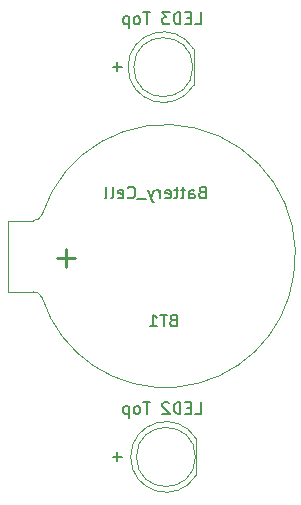
<source format=gbr>
%TF.GenerationSoftware,KiCad,Pcbnew,7.0.10*%
%TF.CreationDate,2024-03-05T20:04:55+01:00*%
%TF.ProjectId,spaceEggs,73706163-6545-4676-9773-2e6b69636164,rev?*%
%TF.SameCoordinates,Original*%
%TF.FileFunction,Legend,Bot*%
%TF.FilePolarity,Positive*%
%FSLAX46Y46*%
G04 Gerber Fmt 4.6, Leading zero omitted, Abs format (unit mm)*
G04 Created by KiCad (PCBNEW 7.0.10) date 2024-03-05 20:04:55*
%MOMM*%
%LPD*%
G01*
G04 APERTURE LIST*
%ADD10C,0.150000*%
%ADD11C,0.250000*%
%ADD12C,0.120000*%
G04 APERTURE END LIST*
D10*
X122687030Y-42869819D02*
X123163220Y-42869819D01*
X123163220Y-42869819D02*
X123163220Y-41869819D01*
X122353696Y-42346009D02*
X122020363Y-42346009D01*
X121877506Y-42869819D02*
X122353696Y-42869819D01*
X122353696Y-42869819D02*
X122353696Y-41869819D01*
X122353696Y-41869819D02*
X121877506Y-41869819D01*
X121448934Y-42869819D02*
X121448934Y-41869819D01*
X121448934Y-41869819D02*
X121210839Y-41869819D01*
X121210839Y-41869819D02*
X121067982Y-41917438D01*
X121067982Y-41917438D02*
X120972744Y-42012676D01*
X120972744Y-42012676D02*
X120925125Y-42107914D01*
X120925125Y-42107914D02*
X120877506Y-42298390D01*
X120877506Y-42298390D02*
X120877506Y-42441247D01*
X120877506Y-42441247D02*
X120925125Y-42631723D01*
X120925125Y-42631723D02*
X120972744Y-42726961D01*
X120972744Y-42726961D02*
X121067982Y-42822200D01*
X121067982Y-42822200D02*
X121210839Y-42869819D01*
X121210839Y-42869819D02*
X121448934Y-42869819D01*
X120544172Y-41869819D02*
X119925125Y-41869819D01*
X119925125Y-41869819D02*
X120258458Y-42250771D01*
X120258458Y-42250771D02*
X120115601Y-42250771D01*
X120115601Y-42250771D02*
X120020363Y-42298390D01*
X120020363Y-42298390D02*
X119972744Y-42346009D01*
X119972744Y-42346009D02*
X119925125Y-42441247D01*
X119925125Y-42441247D02*
X119925125Y-42679342D01*
X119925125Y-42679342D02*
X119972744Y-42774580D01*
X119972744Y-42774580D02*
X120020363Y-42822200D01*
X120020363Y-42822200D02*
X120115601Y-42869819D01*
X120115601Y-42869819D02*
X120401315Y-42869819D01*
X120401315Y-42869819D02*
X120496553Y-42822200D01*
X120496553Y-42822200D02*
X120544172Y-42774580D01*
X118877505Y-41869819D02*
X118306077Y-41869819D01*
X118591791Y-42869819D02*
X118591791Y-41869819D01*
X117829886Y-42869819D02*
X117925124Y-42822200D01*
X117925124Y-42822200D02*
X117972743Y-42774580D01*
X117972743Y-42774580D02*
X118020362Y-42679342D01*
X118020362Y-42679342D02*
X118020362Y-42393628D01*
X118020362Y-42393628D02*
X117972743Y-42298390D01*
X117972743Y-42298390D02*
X117925124Y-42250771D01*
X117925124Y-42250771D02*
X117829886Y-42203152D01*
X117829886Y-42203152D02*
X117687029Y-42203152D01*
X117687029Y-42203152D02*
X117591791Y-42250771D01*
X117591791Y-42250771D02*
X117544172Y-42298390D01*
X117544172Y-42298390D02*
X117496553Y-42393628D01*
X117496553Y-42393628D02*
X117496553Y-42679342D01*
X117496553Y-42679342D02*
X117544172Y-42774580D01*
X117544172Y-42774580D02*
X117591791Y-42822200D01*
X117591791Y-42822200D02*
X117687029Y-42869819D01*
X117687029Y-42869819D02*
X117829886Y-42869819D01*
X117067981Y-42203152D02*
X117067981Y-43203152D01*
X117067981Y-42250771D02*
X116972743Y-42203152D01*
X116972743Y-42203152D02*
X116782267Y-42203152D01*
X116782267Y-42203152D02*
X116687029Y-42250771D01*
X116687029Y-42250771D02*
X116639410Y-42298390D01*
X116639410Y-42298390D02*
X116591791Y-42393628D01*
X116591791Y-42393628D02*
X116591791Y-42679342D01*
X116591791Y-42679342D02*
X116639410Y-42774580D01*
X116639410Y-42774580D02*
X116687029Y-42822200D01*
X116687029Y-42822200D02*
X116782267Y-42869819D01*
X116782267Y-42869819D02*
X116972743Y-42869819D01*
X116972743Y-42869819D02*
X117067981Y-42822200D01*
X122687030Y-75869819D02*
X123163220Y-75869819D01*
X123163220Y-75869819D02*
X123163220Y-74869819D01*
X122353696Y-75346009D02*
X122020363Y-75346009D01*
X121877506Y-75869819D02*
X122353696Y-75869819D01*
X122353696Y-75869819D02*
X122353696Y-74869819D01*
X122353696Y-74869819D02*
X121877506Y-74869819D01*
X121448934Y-75869819D02*
X121448934Y-74869819D01*
X121448934Y-74869819D02*
X121210839Y-74869819D01*
X121210839Y-74869819D02*
X121067982Y-74917438D01*
X121067982Y-74917438D02*
X120972744Y-75012676D01*
X120972744Y-75012676D02*
X120925125Y-75107914D01*
X120925125Y-75107914D02*
X120877506Y-75298390D01*
X120877506Y-75298390D02*
X120877506Y-75441247D01*
X120877506Y-75441247D02*
X120925125Y-75631723D01*
X120925125Y-75631723D02*
X120972744Y-75726961D01*
X120972744Y-75726961D02*
X121067982Y-75822200D01*
X121067982Y-75822200D02*
X121210839Y-75869819D01*
X121210839Y-75869819D02*
X121448934Y-75869819D01*
X120496553Y-74965057D02*
X120448934Y-74917438D01*
X120448934Y-74917438D02*
X120353696Y-74869819D01*
X120353696Y-74869819D02*
X120115601Y-74869819D01*
X120115601Y-74869819D02*
X120020363Y-74917438D01*
X120020363Y-74917438D02*
X119972744Y-74965057D01*
X119972744Y-74965057D02*
X119925125Y-75060295D01*
X119925125Y-75060295D02*
X119925125Y-75155533D01*
X119925125Y-75155533D02*
X119972744Y-75298390D01*
X119972744Y-75298390D02*
X120544172Y-75869819D01*
X120544172Y-75869819D02*
X119925125Y-75869819D01*
X118877505Y-74869819D02*
X118306077Y-74869819D01*
X118591791Y-75869819D02*
X118591791Y-74869819D01*
X117829886Y-75869819D02*
X117925124Y-75822200D01*
X117925124Y-75822200D02*
X117972743Y-75774580D01*
X117972743Y-75774580D02*
X118020362Y-75679342D01*
X118020362Y-75679342D02*
X118020362Y-75393628D01*
X118020362Y-75393628D02*
X117972743Y-75298390D01*
X117972743Y-75298390D02*
X117925124Y-75250771D01*
X117925124Y-75250771D02*
X117829886Y-75203152D01*
X117829886Y-75203152D02*
X117687029Y-75203152D01*
X117687029Y-75203152D02*
X117591791Y-75250771D01*
X117591791Y-75250771D02*
X117544172Y-75298390D01*
X117544172Y-75298390D02*
X117496553Y-75393628D01*
X117496553Y-75393628D02*
X117496553Y-75679342D01*
X117496553Y-75679342D02*
X117544172Y-75774580D01*
X117544172Y-75774580D02*
X117591791Y-75822200D01*
X117591791Y-75822200D02*
X117687029Y-75869819D01*
X117687029Y-75869819D02*
X117829886Y-75869819D01*
X117067981Y-75203152D02*
X117067981Y-76203152D01*
X117067981Y-75250771D02*
X116972743Y-75203152D01*
X116972743Y-75203152D02*
X116782267Y-75203152D01*
X116782267Y-75203152D02*
X116687029Y-75250771D01*
X116687029Y-75250771D02*
X116639410Y-75298390D01*
X116639410Y-75298390D02*
X116591791Y-75393628D01*
X116591791Y-75393628D02*
X116591791Y-75679342D01*
X116591791Y-75679342D02*
X116639410Y-75774580D01*
X116639410Y-75774580D02*
X116687029Y-75822200D01*
X116687029Y-75822200D02*
X116782267Y-75869819D01*
X116782267Y-75869819D02*
X116972743Y-75869819D01*
X116972743Y-75869819D02*
X117067981Y-75822200D01*
X116503220Y-79498866D02*
X115741316Y-79498866D01*
X116122268Y-79879819D02*
X116122268Y-79117914D01*
X116503220Y-46478866D02*
X115741316Y-46478866D01*
X116122268Y-46859819D02*
X116122268Y-46097914D01*
X120835234Y-67931009D02*
X120692377Y-67978628D01*
X120692377Y-67978628D02*
X120644758Y-68026247D01*
X120644758Y-68026247D02*
X120597139Y-68121485D01*
X120597139Y-68121485D02*
X120597139Y-68264342D01*
X120597139Y-68264342D02*
X120644758Y-68359580D01*
X120644758Y-68359580D02*
X120692377Y-68407200D01*
X120692377Y-68407200D02*
X120787615Y-68454819D01*
X120787615Y-68454819D02*
X121168567Y-68454819D01*
X121168567Y-68454819D02*
X121168567Y-67454819D01*
X121168567Y-67454819D02*
X120835234Y-67454819D01*
X120835234Y-67454819D02*
X120739996Y-67502438D01*
X120739996Y-67502438D02*
X120692377Y-67550057D01*
X120692377Y-67550057D02*
X120644758Y-67645295D01*
X120644758Y-67645295D02*
X120644758Y-67740533D01*
X120644758Y-67740533D02*
X120692377Y-67835771D01*
X120692377Y-67835771D02*
X120739996Y-67883390D01*
X120739996Y-67883390D02*
X120835234Y-67931009D01*
X120835234Y-67931009D02*
X121168567Y-67931009D01*
X120311424Y-67454819D02*
X119739996Y-67454819D01*
X120025710Y-68454819D02*
X120025710Y-67454819D01*
X118882853Y-68454819D02*
X119454281Y-68454819D01*
X119168567Y-68454819D02*
X119168567Y-67454819D01*
X119168567Y-67454819D02*
X119263805Y-67597676D01*
X119263805Y-67597676D02*
X119359043Y-67692914D01*
X119359043Y-67692914D02*
X119454281Y-67740533D01*
X123284763Y-57081009D02*
X123141906Y-57128628D01*
X123141906Y-57128628D02*
X123094287Y-57176247D01*
X123094287Y-57176247D02*
X123046668Y-57271485D01*
X123046668Y-57271485D02*
X123046668Y-57414342D01*
X123046668Y-57414342D02*
X123094287Y-57509580D01*
X123094287Y-57509580D02*
X123141906Y-57557200D01*
X123141906Y-57557200D02*
X123237144Y-57604819D01*
X123237144Y-57604819D02*
X123618096Y-57604819D01*
X123618096Y-57604819D02*
X123618096Y-56604819D01*
X123618096Y-56604819D02*
X123284763Y-56604819D01*
X123284763Y-56604819D02*
X123189525Y-56652438D01*
X123189525Y-56652438D02*
X123141906Y-56700057D01*
X123141906Y-56700057D02*
X123094287Y-56795295D01*
X123094287Y-56795295D02*
X123094287Y-56890533D01*
X123094287Y-56890533D02*
X123141906Y-56985771D01*
X123141906Y-56985771D02*
X123189525Y-57033390D01*
X123189525Y-57033390D02*
X123284763Y-57081009D01*
X123284763Y-57081009D02*
X123618096Y-57081009D01*
X122189525Y-57604819D02*
X122189525Y-57081009D01*
X122189525Y-57081009D02*
X122237144Y-56985771D01*
X122237144Y-56985771D02*
X122332382Y-56938152D01*
X122332382Y-56938152D02*
X122522858Y-56938152D01*
X122522858Y-56938152D02*
X122618096Y-56985771D01*
X122189525Y-57557200D02*
X122284763Y-57604819D01*
X122284763Y-57604819D02*
X122522858Y-57604819D01*
X122522858Y-57604819D02*
X122618096Y-57557200D01*
X122618096Y-57557200D02*
X122665715Y-57461961D01*
X122665715Y-57461961D02*
X122665715Y-57366723D01*
X122665715Y-57366723D02*
X122618096Y-57271485D01*
X122618096Y-57271485D02*
X122522858Y-57223866D01*
X122522858Y-57223866D02*
X122284763Y-57223866D01*
X122284763Y-57223866D02*
X122189525Y-57176247D01*
X121856191Y-56938152D02*
X121475239Y-56938152D01*
X121713334Y-56604819D02*
X121713334Y-57461961D01*
X121713334Y-57461961D02*
X121665715Y-57557200D01*
X121665715Y-57557200D02*
X121570477Y-57604819D01*
X121570477Y-57604819D02*
X121475239Y-57604819D01*
X121284762Y-56938152D02*
X120903810Y-56938152D01*
X121141905Y-56604819D02*
X121141905Y-57461961D01*
X121141905Y-57461961D02*
X121094286Y-57557200D01*
X121094286Y-57557200D02*
X120999048Y-57604819D01*
X120999048Y-57604819D02*
X120903810Y-57604819D01*
X120189524Y-57557200D02*
X120284762Y-57604819D01*
X120284762Y-57604819D02*
X120475238Y-57604819D01*
X120475238Y-57604819D02*
X120570476Y-57557200D01*
X120570476Y-57557200D02*
X120618095Y-57461961D01*
X120618095Y-57461961D02*
X120618095Y-57081009D01*
X120618095Y-57081009D02*
X120570476Y-56985771D01*
X120570476Y-56985771D02*
X120475238Y-56938152D01*
X120475238Y-56938152D02*
X120284762Y-56938152D01*
X120284762Y-56938152D02*
X120189524Y-56985771D01*
X120189524Y-56985771D02*
X120141905Y-57081009D01*
X120141905Y-57081009D02*
X120141905Y-57176247D01*
X120141905Y-57176247D02*
X120618095Y-57271485D01*
X119713333Y-57604819D02*
X119713333Y-56938152D01*
X119713333Y-57128628D02*
X119665714Y-57033390D01*
X119665714Y-57033390D02*
X119618095Y-56985771D01*
X119618095Y-56985771D02*
X119522857Y-56938152D01*
X119522857Y-56938152D02*
X119427619Y-56938152D01*
X119189523Y-56938152D02*
X118951428Y-57604819D01*
X118713333Y-56938152D02*
X118951428Y-57604819D01*
X118951428Y-57604819D02*
X119046666Y-57842914D01*
X119046666Y-57842914D02*
X119094285Y-57890533D01*
X119094285Y-57890533D02*
X119189523Y-57938152D01*
X118570476Y-57700057D02*
X117808571Y-57700057D01*
X116999047Y-57509580D02*
X117046666Y-57557200D01*
X117046666Y-57557200D02*
X117189523Y-57604819D01*
X117189523Y-57604819D02*
X117284761Y-57604819D01*
X117284761Y-57604819D02*
X117427618Y-57557200D01*
X117427618Y-57557200D02*
X117522856Y-57461961D01*
X117522856Y-57461961D02*
X117570475Y-57366723D01*
X117570475Y-57366723D02*
X117618094Y-57176247D01*
X117618094Y-57176247D02*
X117618094Y-57033390D01*
X117618094Y-57033390D02*
X117570475Y-56842914D01*
X117570475Y-56842914D02*
X117522856Y-56747676D01*
X117522856Y-56747676D02*
X117427618Y-56652438D01*
X117427618Y-56652438D02*
X117284761Y-56604819D01*
X117284761Y-56604819D02*
X117189523Y-56604819D01*
X117189523Y-56604819D02*
X117046666Y-56652438D01*
X117046666Y-56652438D02*
X116999047Y-56700057D01*
X116189523Y-57557200D02*
X116284761Y-57604819D01*
X116284761Y-57604819D02*
X116475237Y-57604819D01*
X116475237Y-57604819D02*
X116570475Y-57557200D01*
X116570475Y-57557200D02*
X116618094Y-57461961D01*
X116618094Y-57461961D02*
X116618094Y-57081009D01*
X116618094Y-57081009D02*
X116570475Y-56985771D01*
X116570475Y-56985771D02*
X116475237Y-56938152D01*
X116475237Y-56938152D02*
X116284761Y-56938152D01*
X116284761Y-56938152D02*
X116189523Y-56985771D01*
X116189523Y-56985771D02*
X116141904Y-57081009D01*
X116141904Y-57081009D02*
X116141904Y-57176247D01*
X116141904Y-57176247D02*
X116618094Y-57271485D01*
X115570475Y-57604819D02*
X115665713Y-57557200D01*
X115665713Y-57557200D02*
X115713332Y-57461961D01*
X115713332Y-57461961D02*
X115713332Y-56604819D01*
X115046665Y-57604819D02*
X115141903Y-57557200D01*
X115141903Y-57557200D02*
X115189522Y-57461961D01*
X115189522Y-57461961D02*
X115189522Y-56604819D01*
D11*
X112521904Y-62650333D02*
X110998095Y-62650333D01*
X111759999Y-63412238D02*
X111759999Y-61888428D01*
D12*
%TO.C,D3*%
X122565000Y-44955000D02*
X122565000Y-48045000D01*
X117015001Y-46499538D02*
G75*
G03*
X122564999Y-48044830I2989999J-462D01*
G01*
X122565000Y-44955170D02*
G75*
G03*
X117015000Y-46500462I-2560000J-1544830D01*
G01*
X122505000Y-46500000D02*
G75*
G03*
X117505000Y-46500000I-2500000J0D01*
G01*
X117505000Y-46500000D02*
G75*
G03*
X122505000Y-46500000I2500000J0D01*
G01*
%TO.C,BT1*%
X106849520Y-59500000D02*
X106849520Y-65500000D01*
X106849520Y-59500000D02*
X108990659Y-59500000D01*
X106849520Y-65500000D02*
X108990659Y-65500000D01*
X109742414Y-66026384D02*
G75*
G03*
X108990659Y-65500000I-751754J-273616D01*
G01*
X131049520Y-64100000D02*
G75*
G03*
X109740659Y-59000000I-10844643J1755253D01*
G01*
X108990659Y-59500000D02*
G75*
G03*
X109742413Y-58973616I-2J800002D01*
G01*
X109740659Y-66000000D02*
G75*
G03*
X131049519Y-64100000I10441544J3337560D01*
G01*
%TO.C,D1*%
X122790000Y-77955000D02*
X122790000Y-81045000D01*
X117240001Y-79499538D02*
G75*
G03*
X122789999Y-81044830I2989999J-462D01*
G01*
X122790000Y-77955170D02*
G75*
G03*
X117240000Y-79500462I-2560000J-1544830D01*
G01*
X122730000Y-79500000D02*
G75*
G03*
X117730000Y-79500000I-2500000J0D01*
G01*
X117730000Y-79500000D02*
G75*
G03*
X122730000Y-79500000I2500000J0D01*
G01*
%TD*%
M02*

</source>
